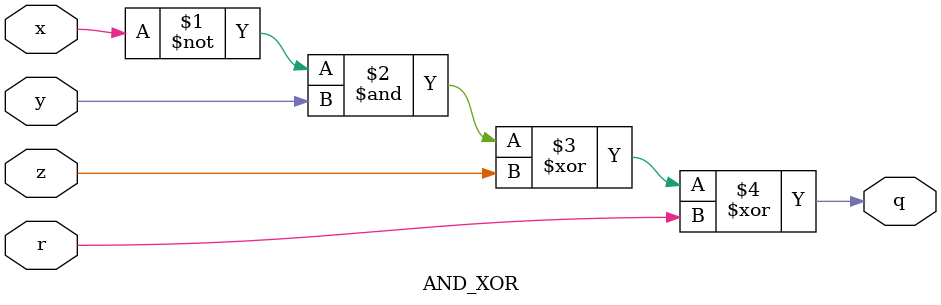
<source format=v>
/*
* -----------------------------------------------------------------
* AUTHOR  : Sara Zarei (sarazareei.94@gmail.com), Aein Rezaei Shahmirzadi (aein.rezaeishahmirzadi@rub.de), Amir Moradi (amir.moradi@rub.de)
* DOCUMENT: "Low-Latency Keccak at any Arbitrary Order" (TCHES 2021, Issue 4)
* -----------------------------------------------------------------
*
* Copyright (c) 2021, Sara Zarei, Aein Rezaei Shahmirzadi, Amir Moradi
*
* All rights reserved.
*
* THIS SOFTWARE IS PROVIDED BY THE COPYRIGHT HOLDERS AND CONTRIBUTORS "AS IS" AND
* ANY EXPRESS OR IMPLIED WARRANTIES, INCLUDING, BUT NOT LIMITED TO, THE IMPLIED
* WARRANTIES OF MERCHANTABILITY AND FITNESS FOR A PARTICULAR PURPOSE ARE
* DISCLAIMED. IN NO EVENT SHALL THE COPYRIGHT HOLDER OR CONTRIBUTERS BE LIABLE FOR ANY
* DIRECT, INDIRECT, INCIDENTAL, SPECIAL, EXEMPLARY, OR CONSEQUENTIAL DAMAGES
* (INCLUDING, BUT NOT LIMITED TO, PROCUREMENT OF SUBSTITUTE GOODS OR SERVICES;
* LOSS OF USE, DATA, OR PROFITS; OR BUSINESS INTERRUPTION) HOWEVER CAUSED AND
* ON ANY THEORY OF LIABILITY, WHETHER IN CONTRACT, STRICT LIABILITY, OR TORT
* (INCLUDING NEGLIGENCE OR OTHERWISE) ARISING IN ANY WAY OUT OF THE USE OF THIS
* SOFTWARE, EVEN IF ADVISED OF THE POSSIBILITY OF SUCH DAMAGE.
*
* Please see LICENSE and README for license and further instructions.
*/


module AND_XOR
  #(parameter integer invert     = 1, /* if the first variable should be inverted */
    parameter integer add_linear = 1) /* if the linear term should be added */
   (input  x,
    input  y,
    input  z,
    input  r,
    output q);

    if ((invert == 0) && (add_linear == 1))
        assign q = (x & y) ^ z ^ r;
    else 
    if ((invert == 0) && (add_linear == 0))
        assign q = (x & y) ^ r;
    else
    if ((invert == 1) && (add_linear == 0))
        assign q = ((~x) & y) ^ r;
    else
    if ((invert == 1) && (add_linear == 1))
        assign q = ((~x) & y) ^ z ^ r;
               
endmodule

</source>
